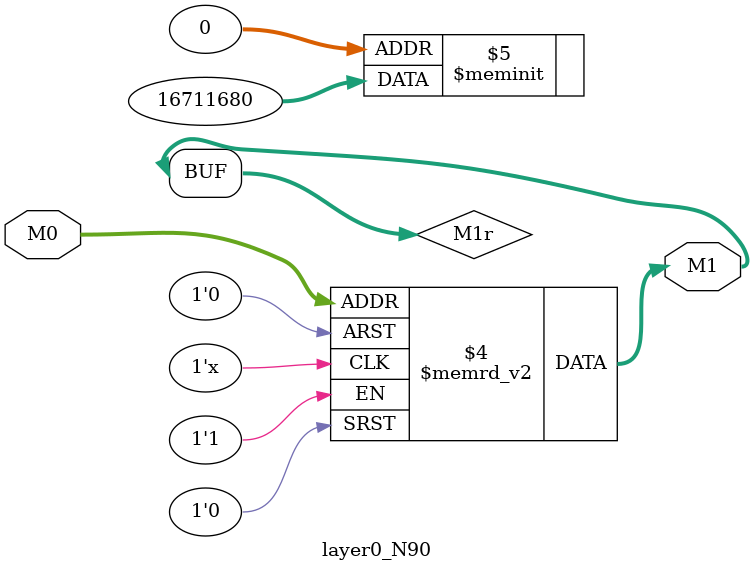
<source format=v>
module layer0_N90 ( input [3:0] M0, output [1:0] M1 );

	(*rom_style = "distributed" *) reg [1:0] M1r;
	assign M1 = M1r;
	always @ (M0) begin
		case (M0)
			4'b0000: M1r = 2'b00;
			4'b1000: M1r = 2'b11;
			4'b0100: M1r = 2'b00;
			4'b1100: M1r = 2'b00;
			4'b0010: M1r = 2'b00;
			4'b1010: M1r = 2'b11;
			4'b0110: M1r = 2'b00;
			4'b1110: M1r = 2'b00;
			4'b0001: M1r = 2'b00;
			4'b1001: M1r = 2'b11;
			4'b0101: M1r = 2'b00;
			4'b1101: M1r = 2'b00;
			4'b0011: M1r = 2'b00;
			4'b1011: M1r = 2'b11;
			4'b0111: M1r = 2'b00;
			4'b1111: M1r = 2'b00;

		endcase
	end
endmodule

</source>
